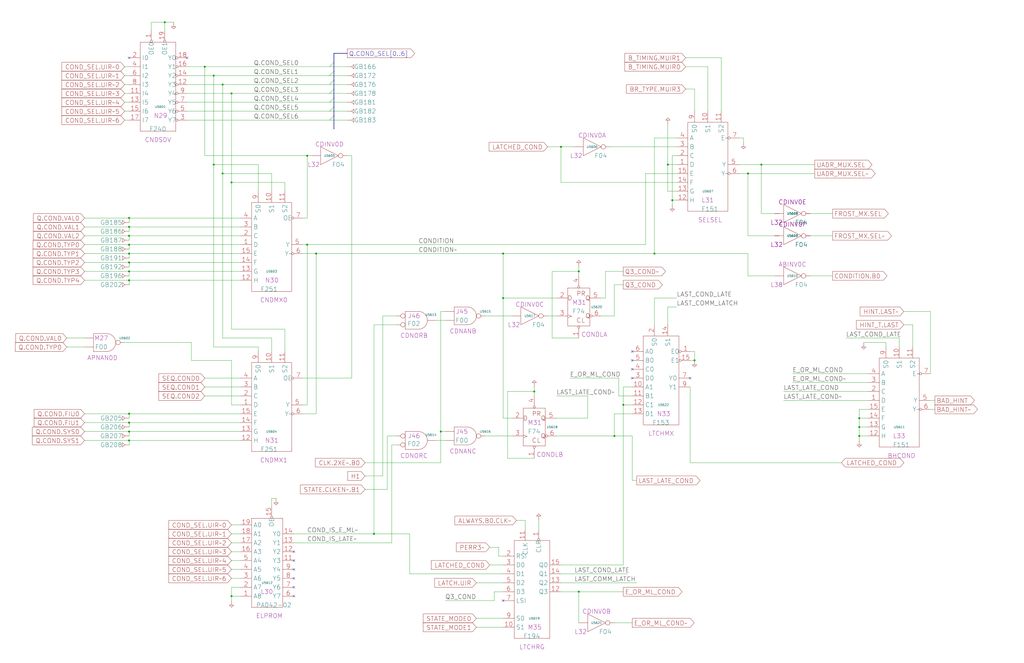
<source format=kicad_sch>
(kicad_sch (version 20250114) (generator "eeschema") (generator_version "9.0")
  (paper "User" 584.2 378.46)
  (title_block (title "R1000 CONDITION SELECT") (date "22-MAY-90") (rev "1.0") (comment 1 "SEQUENCER") (comment 2 "232-003064") (comment 3 "S400") (comment 4 "RELEASED"))
  (junction (at 132.08 104.14))
  (junction (at 490.22 243.84))
  (junction (at 355.6 231.14))
  (junction (at 330.2 154.94))
  (junction (at 73.66 129.54))
  (junction (at 73.66 139.7))
  (junction (at 175.26 88.9))
  (junction (at 127 99.06))
  (junction (at 73.66 154.94))
  (junction (at 490.22 248.92))
  (junction (at 121.92 43.18))
  (junction (at 73.66 149.86))
  (junction (at 426.72 99.06))
  (junction (at 383.54 114.3))
  (junction (at 304.8 223.52))
  (junction (at 73.66 134.62))
  (junction (at 73.66 251.46))
  (junction (at 127 48.26))
  (junction (at 73.66 124.46))
  (junction (at 490.22 238.76))
  (junction (at 73.66 160.02))
  (junction (at 251.46 246.38))
  (junction (at 287.02 144.78))
  (junction (at 121.92 93.98))
  (junction (at 373.38 144.78))
  (junction (at 93.98 12.7))
  (junction (at 434.34 93.98))
  (junction (at 132.08 340.36))
  (junction (at 381 93.98))
  (junction (at 396.24 205.74))
  (junction (at 132.08 53.34))
  (junction (at 287.02 170.18))
  (junction (at 213.36 304.8))
  (junction (at 73.66 144.78))
  (junction (at 73.66 241.3))
  (junction (at 350.52 248.92))
  (junction (at 73.66 236.22))
  (junction (at 320.04 83.82))
  (junction (at 116.84 38.1))
  (junction (at 180.34 144.78))
  (junction (at 73.66 246.38))
  (junction (at 175.26 139.7))
  (junction (at 330.2 337.82))
  (no_connect (at 106.68 33.02))
  (no_connect (at 73.66 33.02))
  (no_connect (at 167.64 330.2))
  (no_connect (at 167.64 314.96))
  (no_connect (at 167.64 335.28))
  (no_connect (at 360.68 210.82))
  (no_connect (at 393.7 215.9))
  (no_connect (at 360.68 215.9))
  (no_connect (at 167.64 340.36))
  (no_connect (at 167.64 320.04))
  (no_connect (at 360.68 205.74))
  (no_connect (at 167.64 325.12))
  (no_connect (at 287.02 342.9))
  (no_connect (at 360.68 200.66))
  (bus_entry (at 190.5 66.04) (size -2.54 2.54))
  (bus_entry (at 190.5 55.88) (size -2.54 2.54))
  (bus_entry (at 190.5 40.64) (size -2.54 2.54))
  (bus_entry (at 190.5 45.72) (size -2.54 2.54))
  (bus_entry (at 190.5 50.8) (size -2.54 2.54))
  (bus_entry (at 190.5 60.96) (size -2.54 2.54))
  (bus_entry (at 190.5 35.56) (size -2.54 2.54))
  (wire (pts (xy 162.56 187.96) (xy 132.08 187.96)))
  (wire (pts (xy 279.4 312.42) (xy 284.48 312.42)))
  (wire (pts (xy 281.94 342.9) (xy 281.94 337.82)))
  (wire (pts (xy 271.78 353.06) (xy 287.02 353.06)))
  (wire (pts (xy 187.96 48.26) (xy 198.12 48.26)))
  (wire (pts (xy 132.08 309.88) (xy 137.16 309.88)))
  (wire (pts (xy 86.36 12.7) (xy 86.36 17.78)))
  (wire (pts (xy 208.28 264.16) (xy 251.46 264.16)))
  (wire (pts (xy 121.92 198.12) (xy 121.92 93.98)))
  (wire (pts (xy 383.54 114.3) (xy 383.54 88.9)))
  (wire (pts (xy 106.68 43.18) (xy 121.92 43.18)))
  (wire (pts (xy 162.56 104.14) (xy 132.08 104.14)))
  (wire (pts (xy 462.28 134.62) (xy 474.98 134.62)))
  (wire (pts (xy 73.66 149.86) (xy 137.16 149.86)))
  (wire (pts (xy 393.7 264.16) (xy 480.06 264.16)))
  (wire (pts (xy 116.84 226.06) (xy 137.16 226.06)))
  (wire (pts (xy 48.26 246.38) (xy 73.66 246.38)))
  (wire (pts (xy 381 175.26) (xy 381 185.42)))
  (wire (pts (xy 73.66 144.78) (xy 73.66 147.32)))
  (wire (pts (xy 271.78 332.74) (xy 287.02 332.74)))
  (wire (pts (xy 132.08 325.12) (xy 137.16 325.12)))
  (wire (pts (xy 505.46 195.58) (xy 505.46 198.12)))
  (wire (pts (xy 71.12 38.1) (xy 73.66 38.1)))
  (wire (pts (xy 213.36 304.8) (xy 213.36 185.42)))
  (wire (pts (xy 304.8 261.62) (xy 289.56 261.62)))
  (wire (pts (xy 490.22 233.68) (xy 490.22 238.76)))
  (wire (pts (xy 490.22 238.76) (xy 495.3 238.76)))
  (wire (pts (xy 200.66 215.9) (xy 172.72 215.9)))
  (wire (pts (xy 73.66 154.94) (xy 137.16 154.94)))
  (wire (pts (xy 223.52 254) (xy 226.06 254)))
  (wire (pts (xy 373.38 170.18) (xy 373.38 185.42)))
  (wire (pts (xy 462.28 121.92) (xy 474.98 121.92)))
  (wire (pts (xy 162.56 109.22) (xy 162.56 104.14)))
  (bus (pts (xy 190.5 30.48) (xy 190.5 35.56)))
  (wire (pts (xy 330.2 193.04) (xy 314.96 193.04)))
  (wire (pts (xy 213.36 304.8) (xy 233.68 304.8)))
  (wire (pts (xy 368.3 99.06) (xy 386.08 99.06)))
  (wire (pts (xy 71.12 63.5) (xy 73.66 63.5)))
  (wire (pts (xy 320.04 104.14) (xy 320.04 83.82)))
  (wire (pts (xy 132.08 330.2) (xy 137.16 330.2)))
  (wire (pts (xy 48.26 251.46) (xy 73.66 251.46)))
  (wire (pts (xy 520.7 185.42) (xy 520.7 198.12)))
  (wire (pts (xy 116.84 220.98) (xy 137.16 220.98)))
  (wire (pts (xy 393.7 220.98) (xy 393.7 264.16)))
  (wire (pts (xy 73.66 144.78) (xy 137.16 144.78)))
  (wire (pts (xy 353.06 226.06) (xy 360.68 226.06)))
  (wire (pts (xy 513.08 193.04) (xy 513.08 198.12)))
  (wire (pts (xy 106.68 38.1) (xy 116.84 38.1)))
  (wire (pts (xy 248.92 251.46) (xy 254 251.46)))
  (wire (pts (xy 73.66 149.86) (xy 73.66 152.4)))
  (wire (pts (xy 73.66 251.46) (xy 73.66 254)))
  (wire (pts (xy 287.02 170.18) (xy 287.02 238.76)))
  (wire (pts (xy 167.64 309.88) (xy 223.52 309.88)))
  (wire (pts (xy 132.08 335.28) (xy 132.08 340.36)))
  (wire (pts (xy 106.68 53.34) (xy 132.08 53.34)))
  (wire (pts (xy 48.26 154.94) (xy 73.66 154.94)))
  (wire (pts (xy 71.12 48.26) (xy 73.66 48.26)))
  (wire (pts (xy 132.08 205.74) (xy 132.08 231.14)))
  (wire (pts (xy 314.96 193.04) (xy 314.96 154.94)))
  (wire (pts (xy 447.04 223.52) (xy 495.3 223.52)))
  (wire (pts (xy 421.64 99.06) (xy 426.72 99.06)))
  (wire (pts (xy 287.02 238.76) (xy 292.1 238.76)))
  (wire (pts (xy 386.08 104.14) (xy 320.04 104.14)))
  (wire (pts (xy 71.12 53.34) (xy 73.66 53.34)))
  (wire (pts (xy 132.08 340.36) (xy 132.08 342.9)))
  (wire (pts (xy 132.08 231.14) (xy 137.16 231.14)))
  (wire (pts (xy 304.8 223.52) (xy 304.8 226.06)))
  (wire (pts (xy 93.98 12.7) (xy 86.36 12.7)))
  (wire (pts (xy 284.48 312.42) (xy 284.48 317.5)))
  (wire (pts (xy 175.26 88.9) (xy 177.8 88.9)))
  (wire (pts (xy 251.46 264.16) (xy 251.46 246.38)))
  (wire (pts (xy 154.94 200.66) (xy 154.94 193.04)))
  (wire (pts (xy 312.42 83.82) (xy 320.04 83.82)))
  (wire (pts (xy 106.68 63.5) (xy 187.96 63.5)))
  (wire (pts (xy 73.66 236.22) (xy 73.66 238.76)))
  (wire (pts (xy 71.12 58.42) (xy 73.66 58.42)))
  (wire (pts (xy 180.34 144.78) (xy 287.02 144.78)))
  (wire (pts (xy 281.94 337.82) (xy 287.02 337.82)))
  (bus (pts (xy 190.5 60.96) (xy 190.5 66.04)))
  (wire (pts (xy 492.76 195.58) (xy 505.46 195.58)))
  (wire (pts (xy 109.22 195.58) (xy 109.22 205.74)))
  (wire (pts (xy 154.94 99.06) (xy 127 99.06)))
  (wire (pts (xy 330.2 152.4) (xy 330.2 154.94)))
  (wire (pts (xy 320.04 83.82) (xy 327.66 83.82)))
  (wire (pts (xy 147.32 200.66) (xy 147.32 198.12)))
  (wire (pts (xy 200.66 88.9) (xy 200.66 215.9)))
  (wire (pts (xy 175.26 231.14) (xy 175.26 139.7)))
  (wire (pts (xy 172.72 236.22) (xy 180.34 236.22)))
  (wire (pts (xy 411.48 33.02) (xy 411.48 63.5)))
  (wire (pts (xy 167.64 304.8) (xy 213.36 304.8)))
  (wire (pts (xy 71.12 195.58) (xy 109.22 195.58)))
  (wire (pts (xy 490.22 248.92) (xy 495.3 248.92)))
  (bus (pts (xy 190.5 55.88) (xy 190.5 60.96)))
  (wire (pts (xy 73.66 129.54) (xy 73.66 132.08)))
  (wire (pts (xy 287.02 144.78) (xy 373.38 144.78)))
  (wire (pts (xy 220.98 279.4) (xy 220.98 248.92)))
  (wire (pts (xy 116.84 38.1) (xy 116.84 88.9)))
  (bus (pts (xy 190.5 45.72) (xy 190.5 50.8)))
  (wire (pts (xy 116.84 38.1) (xy 187.96 38.1)))
  (wire (pts (xy 218.44 180.34) (xy 226.06 180.34)))
  (wire (pts (xy 452.12 218.44) (xy 495.3 218.44)))
  (wire (pts (xy 132.08 104.14) (xy 132.08 53.34)))
  (wire (pts (xy 93.98 12.7) (xy 93.98 17.78)))
  (wire (pts (xy 289.56 261.62) (xy 289.56 223.52)))
  (wire (pts (xy 172.72 124.46) (xy 175.26 124.46)))
  (wire (pts (xy 307.34 297.18) (xy 307.34 302.26)))
  (wire (pts (xy 330.2 154.94) (xy 330.2 157.48)))
  (wire (pts (xy 381 71.12) (xy 381 93.98)))
  (wire (pts (xy 530.86 228.6) (xy 533.4 228.6)))
  (wire (pts (xy 187.96 63.5) (xy 198.12 63.5)))
  (bus (pts (xy 190.5 40.64) (xy 190.5 45.72)))
  (wire (pts (xy 121.92 93.98) (xy 147.32 93.98)))
  (wire (pts (xy 73.66 246.38) (xy 73.66 248.92)))
  (wire (pts (xy 132.08 299.72) (xy 137.16 299.72)))
  (wire (pts (xy 127 99.06) (xy 127 193.04)))
  (wire (pts (xy 299.72 297.18) (xy 299.72 302.26)))
  (wire (pts (xy 172.72 139.7) (xy 175.26 139.7)))
  (wire (pts (xy 154.94 284.48) (xy 154.94 289.56)))
  (wire (pts (xy 289.56 223.52) (xy 304.8 223.52)))
  (wire (pts (xy 342.9 170.18) (xy 345.44 170.18)))
  (wire (pts (xy 132.08 335.28) (xy 137.16 335.28)))
  (wire (pts (xy 383.54 88.9) (xy 386.08 88.9)))
  (wire (pts (xy 490.22 243.84) (xy 495.3 243.84)))
  (wire (pts (xy 373.38 144.78) (xy 426.72 144.78)))
  (wire (pts (xy 360.68 248.92) (xy 360.68 274.32)))
  (wire (pts (xy 530.86 177.8) (xy 530.86 213.36)))
  (wire (pts (xy 132.08 320.04) (xy 137.16 320.04)))
  (wire (pts (xy 386.08 170.18) (xy 373.38 170.18)))
  (wire (pts (xy 320.04 327.66) (xy 358.14 327.66)))
  (wire (pts (xy 353.06 215.9) (xy 353.06 226.06)))
  (wire (pts (xy 368.3 139.7) (xy 368.3 99.06)))
  (wire (pts (xy 208.28 271.78) (xy 218.44 271.78)))
  (wire (pts (xy 347.98 83.82) (xy 386.08 83.82)))
  (wire (pts (xy 317.5 238.76) (xy 335.28 238.76)))
  (wire (pts (xy 48.26 144.78) (xy 73.66 144.78)))
  (wire (pts (xy 360.68 274.32) (xy 363.22 274.32)))
  (wire (pts (xy 350.52 355.6) (xy 360.68 355.6)))
  (wire (pts (xy 106.68 68.58) (xy 187.96 68.58)))
  (wire (pts (xy 386.08 109.22) (xy 381 109.22)))
  (wire (pts (xy 48.26 124.46) (xy 73.66 124.46)))
  (wire (pts (xy 393.7 205.74) (xy 396.24 205.74)))
  (wire (pts (xy 462.28 157.48) (xy 474.98 157.48)))
  (wire (pts (xy 198.12 88.9) (xy 200.66 88.9)))
  (wire (pts (xy 350.52 236.22) (xy 350.52 248.92)))
  (wire (pts (xy 403.86 38.1) (xy 403.86 63.5)))
  (wire (pts (xy 391.16 33.02) (xy 411.48 33.02)))
  (wire (pts (xy 251.46 246.38) (xy 254 246.38)))
  (wire (pts (xy 48.26 139.7) (xy 73.66 139.7)))
  (wire (pts (xy 73.66 246.38) (xy 137.16 246.38)))
  (wire (pts (xy 396.24 63.5) (xy 396.24 50.8)))
  (wire (pts (xy 330.2 337.82) (xy 330.2 355.6)))
  (wire (pts (xy 393.7 200.66) (xy 396.24 200.66)))
  (wire (pts (xy 391.16 38.1) (xy 403.86 38.1)))
  (wire (pts (xy 320.04 332.74) (xy 363.22 332.74)))
  (wire (pts (xy 383.54 116.84) (xy 383.54 114.3)))
  (wire (pts (xy 287.02 144.78) (xy 287.02 170.18)))
  (wire (pts (xy 271.78 358.14) (xy 287.02 358.14)))
  (wire (pts (xy 73.66 241.3) (xy 73.66 243.84)))
  (wire (pts (xy 355.6 231.14) (xy 355.6 220.98)))
  (wire (pts (xy 426.72 99.06) (xy 426.72 134.62)))
  (wire (pts (xy 421.64 78.74) (xy 424.18 78.74)))
  (wire (pts (xy 48.26 236.22) (xy 73.66 236.22)))
  (wire (pts (xy 172.72 144.78) (xy 180.34 144.78)))
  (wire (pts (xy 386.08 175.26) (xy 381 175.26)))
  (wire (pts (xy 147.32 198.12) (xy 121.92 198.12)))
  (wire (pts (xy 381 93.98) (xy 386.08 93.98)))
  (wire (pts (xy 314.96 154.94) (xy 330.2 154.94)))
  (wire (pts (xy 287.02 170.18) (xy 317.5 170.18)))
  (wire (pts (xy 434.34 93.98) (xy 434.34 121.92)))
  (wire (pts (xy 73.66 124.46) (xy 73.66 127)))
  (wire (pts (xy 73.66 241.3) (xy 137.16 241.3)))
  (wire (pts (xy 276.86 248.92) (xy 292.1 248.92)))
  (wire (pts (xy 116.84 215.9) (xy 137.16 215.9)))
  (wire (pts (xy 116.84 88.9) (xy 175.26 88.9)))
  (wire (pts (xy 208.28 279.4) (xy 220.98 279.4)))
  (wire (pts (xy 132.08 340.36) (xy 137.16 340.36)))
  (wire (pts (xy 187.96 38.1) (xy 198.12 38.1)))
  (wire (pts (xy 175.26 88.9) (xy 175.26 124.46)))
  (wire (pts (xy 434.34 93.98) (xy 464.82 93.98)))
  (wire (pts (xy 109.22 205.74) (xy 132.08 205.74)))
  (wire (pts (xy 132.08 304.8) (xy 137.16 304.8)))
  (wire (pts (xy 317.5 248.92) (xy 350.52 248.92)))
  (wire (pts (xy 276.86 180.34) (xy 292.1 180.34)))
  (wire (pts (xy 396.24 200.66) (xy 396.24 205.74)))
  (wire (pts (xy 515.62 177.8) (xy 530.86 177.8)))
  (wire (pts (xy 73.66 236.22) (xy 137.16 236.22)))
  (wire (pts (xy 48.26 149.86) (xy 73.66 149.86)))
  (wire (pts (xy 223.52 309.88) (xy 223.52 254)))
  (wire (pts (xy 187.96 43.18) (xy 198.12 43.18)))
  (bus (pts (xy 190.5 30.48) (xy 198.12 30.48)))
  (wire (pts (xy 515.62 185.42) (xy 520.7 185.42)))
  (wire (pts (xy 284.48 317.5) (xy 287.02 317.5)))
  (wire (pts (xy 187.96 68.58) (xy 198.12 68.58)))
  (wire (pts (xy 495.3 233.68) (xy 490.22 233.68)))
  (wire (pts (xy 38.1 193.04) (xy 48.26 193.04)))
  (wire (pts (xy 373.38 144.78) (xy 373.38 78.74)))
  (wire (pts (xy 355.6 322.58) (xy 355.6 231.14)))
  (wire (pts (xy 325.12 215.9) (xy 353.06 215.9)))
  (wire (pts (xy 48.26 129.54) (xy 73.66 129.54)))
  (wire (pts (xy 335.28 226.06) (xy 335.28 238.76)))
  (wire (pts (xy 350.52 180.34) (xy 350.52 162.56)))
  (wire (pts (xy 482.6 193.04) (xy 513.08 193.04)))
  (wire (pts (xy 447.04 228.6) (xy 495.3 228.6)))
  (wire (pts (xy 396.24 50.8) (xy 391.16 50.8)))
  (wire (pts (xy 294.64 297.18) (xy 299.72 297.18)))
  (wire (pts (xy 106.68 48.26) (xy 127 48.26)))
  (bus (pts (xy 190.5 35.56) (xy 190.5 40.64)))
  (wire (pts (xy 73.66 129.54) (xy 137.16 129.54)))
  (wire (pts (xy 355.6 231.14) (xy 360.68 231.14)))
  (wire (pts (xy 213.36 185.42) (xy 226.06 185.42)))
  (wire (pts (xy 73.66 154.94) (xy 73.66 157.48)))
  (wire (pts (xy 48.26 134.62) (xy 73.66 134.62)))
  (wire (pts (xy 73.66 160.02) (xy 137.16 160.02)))
  (wire (pts (xy 132.08 53.34) (xy 187.96 53.34)))
  (wire (pts (xy 73.66 139.7) (xy 137.16 139.7)))
  (wire (pts (xy 154.94 109.22) (xy 154.94 99.06)))
  (wire (pts (xy 279.4 322.58) (xy 287.02 322.58)))
  (wire (pts (xy 121.92 43.18) (xy 121.92 93.98)))
  (wire (pts (xy 48.26 160.02) (xy 73.66 160.02)))
  (wire (pts (xy 421.64 93.98) (xy 434.34 93.98)))
  (wire (pts (xy 99.06 12.7) (xy 93.98 12.7)))
  (wire (pts (xy 73.66 134.62) (xy 137.16 134.62)))
  (wire (pts (xy 426.72 157.48) (xy 441.96 157.48)))
  (wire (pts (xy 345.44 154.94) (xy 355.6 154.94)))
  (wire (pts (xy 127 48.26) (xy 127 99.06)))
  (wire (pts (xy 350.52 248.92) (xy 360.68 248.92)))
  (wire (pts (xy 350.52 162.56) (xy 355.6 162.56)))
  (wire (pts (xy 424.18 78.74) (xy 424.18 81.28)))
  (wire (pts (xy 342.9 180.34) (xy 350.52 180.34)))
  (wire (pts (xy 71.12 43.18) (xy 73.66 43.18)))
  (wire (pts (xy 490.22 248.92) (xy 490.22 251.46)))
  (wire (pts (xy 383.54 114.3) (xy 386.08 114.3)))
  (wire (pts (xy 73.66 124.46) (xy 137.16 124.46)))
  (wire (pts (xy 345.44 170.18) (xy 345.44 154.94)))
  (wire (pts (xy 330.2 337.82) (xy 355.6 337.82)))
  (wire (pts (xy 73.66 134.62) (xy 73.66 137.16)))
  (wire (pts (xy 426.72 144.78) (xy 426.72 157.48)))
  (wire (pts (xy 490.22 238.76) (xy 490.22 243.84)))
  (wire (pts (xy 254 177.8) (xy 251.46 177.8)))
  (wire (pts (xy 132.08 314.96) (xy 137.16 314.96)))
  (wire (pts (xy 73.66 139.7) (xy 73.66 142.24)))
  (wire (pts (xy 381 109.22) (xy 381 93.98)))
  (wire (pts (xy 73.66 160.02) (xy 73.66 162.56)))
  (wire (pts (xy 320.04 337.82) (xy 330.2 337.82)))
  (wire (pts (xy 71.12 68.58) (xy 73.66 68.58)))
  (wire (pts (xy 172.72 231.14) (xy 175.26 231.14)))
  (wire (pts (xy 187.96 58.42) (xy 198.12 58.42)))
  (wire (pts (xy 187.96 53.34) (xy 198.12 53.34)))
  (wire (pts (xy 490.22 243.84) (xy 490.22 248.92)))
  (wire (pts (xy 73.66 251.46) (xy 137.16 251.46)))
  (wire (pts (xy 48.26 241.3) (xy 73.66 241.3)))
  (wire (pts (xy 530.86 233.68) (xy 533.4 233.68)))
  (wire (pts (xy 360.68 236.22) (xy 350.52 236.22)))
  (bus (pts (xy 190.5 66.04) (xy 190.5 73.66)))
  (wire (pts (xy 312.42 180.34) (xy 317.5 180.34)))
  (wire (pts (xy 162.56 200.66) (xy 162.56 187.96)))
  (wire (pts (xy 248.92 182.88) (xy 254 182.88)))
  (wire (pts (xy 175.26 139.7) (xy 368.3 139.7)))
  (wire (pts (xy 157.48 284.48) (xy 154.94 284.48)))
  (wire (pts (xy 452.12 213.36) (xy 495.3 213.36)))
  (bus (pts (xy 190.5 50.8) (xy 190.5 55.88)))
  (wire (pts (xy 220.98 248.92) (xy 226.06 248.92)))
  (wire (pts (xy 426.72 99.06) (xy 464.82 99.06)))
  (wire (pts (xy 121.92 43.18) (xy 187.96 43.18)))
  (wire (pts (xy 38.1 198.12) (xy 48.26 198.12)))
  (wire (pts (xy 147.32 109.22) (xy 147.32 93.98)))
  (wire (pts (xy 320.04 322.58) (xy 355.6 322.58)))
  (wire (pts (xy 233.68 327.66) (xy 287.02 327.66)))
  (wire (pts (xy 233.68 304.8) (xy 233.68 327.66)))
  (wire (pts (xy 355.6 220.98) (xy 360.68 220.98)))
  (wire (pts (xy 154.94 193.04) (xy 127 193.04)))
  (wire (pts (xy 180.34 236.22) (xy 180.34 144.78)))
  (wire (pts (xy 434.34 121.92) (xy 441.96 121.92)))
  (wire (pts (xy 132.08 104.14) (xy 132.08 187.96)))
  (wire (pts (xy 304.8 220.98) (xy 304.8 223.52)))
  (wire (pts (xy 218.44 271.78) (xy 218.44 180.34)))
  (wire (pts (xy 127 48.26) (xy 187.96 48.26)))
  (wire (pts (xy 254 342.9) (xy 281.94 342.9)))
  (wire (pts (xy 317.5 226.06) (xy 335.28 226.06)))
  (wire (pts (xy 106.68 58.42) (xy 187.96 58.42)))
  (wire (pts (xy 426.72 134.62) (xy 441.96 134.62)))
  (wire (pts (xy 251.46 177.8) (xy 251.46 246.38)))
  (wire (pts (xy 373.38 78.74) (xy 386.08 78.74)))
  (label "Q3_COND" (at 254 342.9 0) (effects (font (size 2.54 2.54))))
  (label "LAST_COMM_LATCH" (at 327.66 332.74 0) (effects (font (size 2.54 2.54))))
  (label "Q.COND_SEL2" (at 144.78 48.26 0) (effects (font (size 2.54 2.54))))
  (label "E_OR_ML_COND~" (at 452.12 218.44 0) (effects (font (size 2.54 2.54))))
  (label "LAST_COMM_LATCH" (at 386.08 175.26 0) (effects (font (size 2.54 2.54))))
  (label "COND_IS_E_ML~" (at 175.26 304.8 0) (effects (font (size 2.54 2.54))))
  (label "LAST_LATE_COND~" (at 317.5 226.06 0) (effects (font (size 2.54 2.54))))
  (label "Q.COND_SEL1" (at 144.78 43.18 0) (effects (font (size 2.54 2.54))))
  (label "Q.COND_SEL4" (at 144.78 58.42 0) (effects (font (size 2.54 2.54))))
  (label "CONDITION~" (at 238.76 144.78 0) (effects (font (size 2.54 2.54))))
  (label "Q.COND_SEL5" (at 144.78 63.5 0) (effects (font (size 2.54 2.54))))
  (label "E_OR_ML_COND" (at 325.12 215.9 0) (effects (font (size 2.54 2.54))))
  (label "LAST_COND_LATE" (at 482.6 193.04 0) (effects (font (size 2.54 2.54))))
  (label "LAST_COND_LATE" (at 386.08 170.18 0) (effects (font (size 2.54 2.54))))
  (label "CONDITION" (at 238.76 139.7 0) (effects (font (size 2.54 2.54))))
  (label "LAST_LATE_COND" (at 447.04 223.52 0) (effects (font (size 2.54 2.54))))
  (label "LAST_LATE_COND~" (at 447.04 228.6 0) (effects (font (size 2.54 2.54))))
  (label "Q.COND_SEL3" (at 144.78 53.34 0) (effects (font (size 2.54 2.54))))
  (label "Q.COND_SEL6" (at 144.78 68.58 0) (effects (font (size 2.54 2.54))))
  (label "LAST_COND_LATE" (at 327.66 327.66 0) (effects (font (size 2.54 2.54))))
  (label "E_OR_ML_COND" (at 452.12 213.36 0) (effects (font (size 2.54 2.54))))
  (label "COND_IS_LATE~" (at 175.26 309.88 0) (effects (font (size 2.54 2.54))))
  (label "Q.COND_SEL0" (at 144.78 38.1 0) (effects (font (size 2.54 2.54))))
  (global_label "COND_SEL.UIR~6" (shape input) (at 132.08 330.2 180) (effects (font (size 2.54 2.54))) (property "Intersheetrefs" "${INTERSHEET_REFS}" (at 96.2902 330.0413 0) (effects (font (size 1.905 1.905)) (justify right))))
  (global_label "COND_SEL.UIR~3" (shape input) (at 132.08 314.96 180) (effects (font (size 2.54 2.54))) (property "Intersheetrefs" "${INTERSHEET_REFS}" (at 96.2902 314.8013 0) (effects (font (size 1.905 1.905)) (justify right))))
  (global_label "CONDITION.B0" (shape output) (at 474.98 157.48 0) (effects (font (size 2.54 2.54))) (property "Intersheetrefs" "${INTERSHEET_REFS}" (at 506.0527 157.3213 0) (effects (font (size 1.905 1.905)) (justify left))))
  (global_label "H1" (shape input) (at 208.28 271.78 180) (effects (font (size 2.54 2.54))) (property "Intersheetrefs" "${INTERSHEET_REFS}" (at 198.374 271.6213 0) (effects (font (size 1.905 1.905)) (justify right))))
  (global_label "COND_SEL.UIR~6" (shape input) (at 71.12 68.58 180) (effects (font (size 2.54 2.54))) (property "Intersheetrefs" "${INTERSHEET_REFS}" (at 35.3302 68.4213 0) (effects (font (size 1.905 1.905)) (justify right))))
  (global_label "Q.COND.SYS1" (shape input) (at 48.26 251.46 180) (effects (font (size 2.54 2.54))) (property "Intersheetrefs" "${INTERSHEET_REFS}" (at 18.5178 251.3013 0) (effects (font (size 1.905 1.905)) (justify right))))
  (global_label "PERR3~" (shape input) (at 279.4 312.42 180) (effects (font (size 2.54 2.54))) (property "Intersheetrefs" "${INTERSHEET_REFS}" (at 260.4226 312.2613 0) (effects (font (size 1.905 1.905)) (justify right))))
  (global_label "Q.COND.VAL2" (shape input) (at 48.26 134.62 180) (effects (font (size 2.54 2.54))) (property "Intersheetrefs" "${INTERSHEET_REFS}" (at 19.1226 134.4613 0) (effects (font (size 1.905 1.905)) (justify right))))
  (global_label "COND_SEL.UIR~4" (shape input) (at 132.08 320.04 180) (effects (font (size 2.54 2.54))) (property "Intersheetrefs" "${INTERSHEET_REFS}" (at 96.2902 319.8813 0) (effects (font (size 1.905 1.905)) (justify right))))
  (global_label "HINT.LAST~" (shape input) (at 515.62 177.8 180) (effects (font (size 2.54 2.54))) (property "Intersheetrefs" "${INTERSHEET_REFS}" (at 490.7159 177.6413 0) (effects (font (size 1.905 1.905)) (justify right))))
  (global_label "Q.COND.TYP1" (shape input) (at 48.26 144.78 180) (effects (font (size 2.54 2.54))) (property "Intersheetrefs" "${INTERSHEET_REFS}" (at 18.8807 144.6213 0) (effects (font (size 1.905 1.905)) (justify right))))
  (global_label "LATCH.UIR" (shape input) (at 271.78 332.74 180) (effects (font (size 2.54 2.54))) (property "Intersheetrefs" "${INTERSHEET_REFS}" (at 247.9645 332.5813 0) (effects (font (size 1.905 1.905)) (justify right))))
  (global_label "COND_SEL.UIR~3" (shape input) (at 71.12 53.34 180) (effects (font (size 2.54 2.54))) (property "Intersheetrefs" "${INTERSHEET_REFS}" (at 35.3302 53.1813 0) (effects (font (size 1.905 1.905)) (justify right))))
  (global_label "LATCHED_COND" (shape input) (at 279.4 322.58 180) (effects (font (size 2.54 2.54))) (property "Intersheetrefs" "${INTERSHEET_REFS}" (at 246.0292 322.4213 0) (effects (font (size 1.905 1.905)) (justify right))))
  (global_label "COND_SEL.UIR~5" (shape input) (at 71.12 63.5 180) (effects (font (size 2.54 2.54))) (property "Intersheetrefs" "${INTERSHEET_REFS}" (at 35.3302 63.3413 0) (effects (font (size 1.905 1.905)) (justify right))))
  (global_label "COND_SEL.UIR~0" (shape input) (at 71.12 38.1 180) (effects (font (size 2.54 2.54))) (property "Intersheetrefs" "${INTERSHEET_REFS}" (at 35.3302 37.9413 0) (effects (font (size 1.905 1.905)) (justify right))))
  (global_label "CLK.2XE~.B0" (shape input) (at 208.28 264.16 180) (effects (font (size 2.54 2.54))) (property "Intersheetrefs" "${INTERSHEET_REFS}" (at 179.9892 264.0013 0) (effects (font (size 1.905 1.905)) (justify right))))
  (global_label "Q.COND.TYP2" (shape input) (at 48.26 149.86 180) (effects (font (size 2.54 2.54))) (property "Intersheetrefs" "${INTERSHEET_REFS}" (at 18.8807 149.7013 0) (effects (font (size 1.905 1.905)) (justify right))))
  (global_label "COND_SEL.UIR~0" (shape input) (at 132.08 299.72 180) (effects (font (size 2.54 2.54))) (property "Intersheetrefs" "${INTERSHEET_REFS}" (at 96.2902 299.5613 0) (effects (font (size 1.905 1.905)) (justify right))))
  (global_label "Q.COND.TYP0" (shape input) (at 38.1 198.12 180) (effects (font (size 2.54 2.54))) (property "Intersheetrefs" "${INTERSHEET_REFS}" (at 8.7207 197.9613 0) (effects (font (size 1.905 1.905)) (justify right))))
  (global_label "FROST_MX.SEL~" (shape output) (at 474.98 134.62 0) (effects (font (size 2.54 2.54))) (property "Intersheetrefs" "${INTERSHEET_REFS}" (at 508.5927 134.4613 0) (effects (font (size 1.905 1.905)) (justify left))))
  (global_label "STATE_MODE1" (shape input) (at 271.78 358.14 180) (effects (font (size 2.54 2.54))) (property "Intersheetrefs" "${INTERSHEET_REFS}" (at 241.433 357.9813 0) (effects (font (size 1.905 1.905)) (justify right))))
  (global_label "STATE.CLKEN~.B1" (shape input) (at 208.28 279.4 180) (effects (font (size 2.54 2.54))) (property "Intersheetrefs" "${INTERSHEET_REFS}" (at 171.4016 279.2413 0) (effects (font (size 1.905 1.905)) (justify right))))
  (global_label "Q.COND.SYS0" (shape input) (at 48.26 246.38 180) (effects (font (size 2.54 2.54))) (property "Intersheetrefs" "${INTERSHEET_REFS}" (at 18.5178 246.2213 0) (effects (font (size 1.905 1.905)) (justify right))))
  (global_label "COND_SEL.UIR~5" (shape input) (at 132.08 325.12 180) (effects (font (size 2.54 2.54))) (property "Intersheetrefs" "${INTERSHEET_REFS}" (at 96.2902 324.9613 0) (effects (font (size 1.905 1.905)) (justify right))))
  (global_label "Q.COND.VAL0" (shape input) (at 38.1 193.04 180) (effects (font (size 2.54 2.54))) (property "Intersheetrefs" "${INTERSHEET_REFS}" (at 8.9626 192.8813 0) (effects (font (size 1.905 1.905)) (justify right))))
  (global_label "COND_SEL.UIR~2" (shape input) (at 132.08 309.88 180) (effects (font (size 2.54 2.54))) (property "Intersheetrefs" "${INTERSHEET_REFS}" (at 96.2902 309.7213 0) (effects (font (size 1.905 1.905)) (justify right))))
  (global_label "HINT_T.LAST" (shape input) (at 515.62 185.42 180) (effects (font (size 2.54 2.54))) (property "Intersheetrefs" "${INTERSHEET_REFS}" (at 488.6597 185.2613 0) (effects (font (size 1.905 1.905)) (justify right))))
  (global_label "COND_SEL.UIR~1" (shape input) (at 71.12 43.18 180) (effects (font (size 2.54 2.54))) (property "Intersheetrefs" "${INTERSHEET_REFS}" (at 35.3302 43.0213 0) (effects (font (size 1.905 1.905)) (justify right))))
  (global_label "SEQ.COND1" (shape input) (at 116.84 220.98 180) (effects (font (size 2.54 2.54))) (property "Intersheetrefs" "${INTERSHEET_REFS}" (at 90.6054 220.8213 0) (effects (font (size 1.905 1.905)) (justify right))))
  (global_label "BAD_HINT~" (shape output) (at 533.4 233.68 0) (effects (font (size 2.54 2.54))) (property "Intersheetrefs" "${INTERSHEET_REFS}" (at 557.6993 233.5213 0) (effects (font (size 1.905 1.905)) (justify left))))
  (global_label "Q.COND.FIU1" (shape input) (at 48.26 241.3 180) (effects (font (size 2.54 2.54))) (property "Intersheetrefs" "${INTERSHEET_REFS}" (at 19.4854 241.1413 0) (effects (font (size 1.905 1.905)) (justify right))))
  (global_label "SEQ.COND0" (shape input) (at 116.84 215.9 180) (effects (font (size 2.54 2.54))) (property "Intersheetrefs" "${INTERSHEET_REFS}" (at 90.6054 215.7413 0) (effects (font (size 1.905 1.905)) (justify right))))
  (global_label "BR_TYPE.MUIR3" (shape input) (at 391.16 50.8 180) (effects (font (size 2.54 2.54))) (property "Intersheetrefs" "${INTERSHEET_REFS}" (at 357.4264 50.6413 0) (effects (font (size 1.905 1.905)) (justify right))))
  (global_label "Q3_COND" (shape output) (at 355.6 162.56 0) (effects (font (size 2.54 2.54))) (property "Intersheetrefs" "${INTERSHEET_REFS}" (at 377.8431 162.4013 0) (effects (font (size 1.905 1.905)) (justify left))))
  (global_label "Q3_COND~" (shape output) (at 355.6 154.94 0) (effects (font (size 2.54 2.54))) (property "Intersheetrefs" "${INTERSHEET_REFS}" (at 379.6574 154.7813 0) (effects (font (size 1.905 1.905)) (justify left))))
  (global_label "E_OR_ML_COND~" (shape output) (at 360.68 355.6 0) (effects (font (size 2.54 2.54))) (property "Intersheetrefs" "${INTERSHEET_REFS}" (at 395.986 355.4413 0) (effects (font (size 1.905 1.905)) (justify left))))
  (global_label "Q.COND_SEL[0..6]" (shape output) (at 198.12 30.48 0) (effects (font (size 2.54 2.54))) (property "Intersheetrefs" "${INTERSHEET_REFS}" (at 236.5708 30.3213 0) (effects (font (size 1.905 1.905)) (justify left))))
  (global_label "UADR_MUX.SEL~" (shape output) (at 464.82 99.06 0) (effects (font (size 2.54 2.54))) (property "Intersheetrefs" "${INTERSHEET_REFS}" (at 499.2793 98.9013 0) (effects (font (size 1.905 1.905)) (justify left))))
  (global_label "COND_SEL.UIR~4" (shape input) (at 71.12 58.42 180) (effects (font (size 2.54 2.54))) (property "Intersheetrefs" "${INTERSHEET_REFS}" (at 35.3302 58.2613 0) (effects (font (size 1.905 1.905)) (justify right))))
  (global_label "BAD_HINT" (shape output) (at 533.4 228.6 0) (effects (font (size 2.54 2.54))) (property "Intersheetrefs" "${INTERSHEET_REFS}" (at 555.885 228.4413 0) (effects (font (size 1.905 1.905)) (justify left))))
  (global_label "Q.COND.FIU0" (shape input) (at 48.26 236.22 180) (effects (font (size 2.54 2.54))) (property "Intersheetrefs" "${INTERSHEET_REFS}" (at 19.4854 236.0613 0) (effects (font (size 1.905 1.905)) (justify right))))
  (global_label "FROST_MX.SEL" (shape output) (at 474.98 121.92 0) (effects (font (size 2.54 2.54))) (property "Intersheetrefs" "${INTERSHEET_REFS}" (at 506.7784 121.7613 0) (effects (font (size 1.905 1.905)) (justify left))))
  (global_label "COND_SEL.UIR~2" (shape input) (at 71.12 48.26 180) (effects (font (size 2.54 2.54))) (property "Intersheetrefs" "${INTERSHEET_REFS}" (at 35.3302 48.1013 0) (effects (font (size 1.905 1.905)) (justify right))))
  (global_label "ALWAYS.B0.CLK~" (shape input) (at 294.64 297.18 180) (effects (font (size 2.54 2.54))) (property "Intersheetrefs" "${INTERSHEET_REFS}" (at 259.5759 297.0213 0) (effects (font (size 1.905 1.905)) (justify right))))
  (global_label "Q.COND.TYP4" (shape input) (at 48.26 160.02 180) (effects (font (size 2.54 2.54))) (property "Intersheetrefs" "${INTERSHEET_REFS}" (at 18.8807 159.8613 0) (effects (font (size 1.905 1.905)) (justify right))))
  (global_label "COND_SEL.UIR~1" (shape input) (at 132.08 304.8 180) (effects (font (size 2.54 2.54))) (property "Intersheetrefs" "${INTERSHEET_REFS}" (at 96.2902 304.6413 0) (effects (font (size 1.905 1.905)) (justify right))))
  (global_label "Q.COND.TYP0" (shape input) (at 48.26 139.7 180) (effects (font (size 2.54 2.54))) (property "Intersheetrefs" "${INTERSHEET_REFS}" (at 18.8807 139.5413 0) (effects (font (size 1.905 1.905)) (justify right))))
  (global_label "Q.COND.TYP3" (shape input) (at 48.26 154.94 180) (effects (font (size 2.54 2.54))) (property "Intersheetrefs" "${INTERSHEET_REFS}" (at 18.8807 154.7813 0) (effects (font (size 1.905 1.905)) (justify right))))
  (global_label "SEQ.COND2" (shape input) (at 116.84 226.06 180) (effects (font (size 2.54 2.54))) (property "Intersheetrefs" "${INTERSHEET_REFS}" (at 90.6054 225.9013 0) (effects (font (size 1.905 1.905)) (justify right))))
  (global_label "Q.COND.VAL1" (shape input) (at 48.26 129.54 180) (effects (font (size 2.54 2.54))) (property "Intersheetrefs" "${INTERSHEET_REFS}" (at 19.1226 129.3813 0) (effects (font (size 1.905 1.905)) (justify right))))
  (global_label "LATCHED_COND" (shape input) (at 312.42 83.82 180) (effects (font (size 2.54 2.54))) (property "Intersheetrefs" "${INTERSHEET_REFS}" (at 279.0492 83.6613 0) (effects (font (size 1.905 1.905)) (justify right))))
  (global_label "Q.COND.VAL0" (shape input) (at 48.26 124.46 180) (effects (font (size 2.54 2.54))) (property "Intersheetrefs" "${INTERSHEET_REFS}" (at 19.1226 124.3013 0) (effects (font (size 1.905 1.905)) (justify right))))
  (global_label "B_TIMING.MUIR0" (shape input) (at 391.16 38.1 180) (effects (font (size 2.54 2.54))) (property "Intersheetrefs" "${INTERSHEET_REFS}" (at 356.4588 37.9413 0) (effects (font (size 1.905 1.905)) (justify right))))
  (global_label "LATCHED_COND" (shape bidirectional) (at 480.06 264.16 0) (effects (font (size 2.54 2.54))) (property "Intersheetrefs" "${INTERSHEET_REFS}" (at 513.4308 264.0013 0) (effects (font (size 1.905 1.905)) (justify left))))
  (global_label "STATE_MODE0" (shape input) (at 271.78 353.06 180) (effects (font (size 2.54 2.54))) (property "Intersheetrefs" "${INTERSHEET_REFS}" (at 241.433 352.9013 0) (effects (font (size 1.905 1.905)) (justify right))))
  (global_label "UADR_MUX.SEL" (shape output) (at 464.82 93.98 0) (effects (font (size 2.54 2.54))) (property "Intersheetrefs" "${INTERSHEET_REFS}" (at 497.465 93.8213 0) (effects (font (size 1.905 1.905)) (justify left))))
  (global_label "LAST_LATE_COND" (shape output) (at 363.22 274.32 0) (effects (font (size 2.54 2.54))) (property "Intersheetrefs" "${INTERSHEET_REFS}" (at 399.3727 274.1613 0) (effects (font (size 1.905 1.905)) (justify left))))
  (global_label "E_OR_ML_COND" (shape output) (at 355.6 337.82 0) (effects (font (size 2.54 2.54))) (property "Intersheetrefs" "${INTERSHEET_REFS}" (at 389.0917 337.6613 0) (effects (font (size 1.905 1.905)) (justify left))))
  (global_label "B_TIMING.MUIR1" (shape input) (at 391.16 33.02 180) (effects (font (size 2.54 2.54))) (property "Intersheetrefs" "${INTERSHEET_REFS}" (at 356.4588 32.8613 0) (effects (font (size 1.905 1.905)) (justify right))))
  (symbol (lib_id "r1000:F00") (at 55.88 193.04 0) (unit 1)
    (property "Reference" "U5602" (at 71.12 193.04 0))
    (property "Value" "F00" (at 57.785 198.12 0) (effects (font (size 2.54 2.54))))
    (property "Location" "M27" (at 57.785 193.04 0) (effects (font (size 2.54 2.54))))
    (property "Name" "APNAN0D" (at 58.42 205.74 0) (effects (font (size 2.54 2.54)) (justify bottom)))
  )
  (symbol (lib_id "r1000:F74") (at 302.26 241.3 0) (unit 1)
    (property "Reference" "U5618" (at 314.96 243.84 0))
    (property "Value" "F74" (at 300.99 246.38 0) (effects (font (size 2.54 2.54)) (justify left)))
    (property "Location" "M31" (at 300.99 241.3 0) (effects (font (size 2.54 2.54)) (justify left)))
    (property "Name" "CONDLB" (at 313.69 260.985 0) (effects (font (size 2.54 2.54)) (justify bottom)))
  )
  (symbol (lib_id "r1000:PD") (at 132.08 342.9 0) (unit 1) (in_bom no)
    (property "Reference" "#PWR05607" (effects (hide yes)))
    (property "Value" "PD" (effects (hide yes)))
  )
  (symbol (lib_id "r1000:F151") (at 401.32 114.3 0) (unit 1)
    (property "Reference" "U5607" (at 403.86 109.22 0))
    (property "Value" "F151" (at 400.05 119.38 0) (effects (font (size 2.54 2.54)) (justify left)))
    (property "Location" "L31" (at 400.05 114.3 0) (effects (font (size 2.54 2.54)) (justify left)))
    (property "Name" "SELSEL" (at 405.13 127 0) (effects (font (size 2.54 2.54)) (justify bottom)))
  )
  (symbol (lib_id "r1000:PD") (at 492.76 195.58 0) (unit 1) (in_bom no)
    (property "Reference" "#PWR05606" (effects (hide yes)))
    (property "Value" "PD" (effects (hide yes)))
  )
  (symbol (lib_id "r1000:GB") (at 73.66 147.32 0) (mirror y) (unit 1)
    (property "Reference" "GB191" (at 69.85 147.32 0) (effects (font (size 2.54 2.54)) (justify left)))
    (property "Value" "GB" (effects (hide yes)))
  )
  (symbol (lib_id "r1000:F153") (at 375.92 236.22 0) (unit 1)
    (property "Reference" "U5622" (at 378.46 231.14 0))
    (property "Value" "F153" (at 372.11 241.3 0) (effects (font (size 2.54 2.54)) (justify left)))
    (property "Location" "N33" (at 374.65 236.22 0) (effects (font (size 2.54 2.54)) (justify left)))
    (property "Name" "LTCHMX" (at 377.19 248.92 0) (effects (font (size 2.54 2.54)) (justify bottom)))
  )
  (symbol (lib_id "r1000:GB") (at 73.66 127 0) (mirror y) (unit 1)
    (property "Reference" "GB185" (at 69.85 127 0) (effects (font (size 2.54 2.54)) (justify left)))
    (property "Value" "GB" (effects (hide yes)))
  )
  (symbol (lib_id "r1000:GB") (at 198.12 43.18 0) (unit 1)
    (property "Reference" "GB172" (at 201.93 43.18 0) (effects (font (size 2.54 2.54)) (justify left)))
    (property "Value" "GB" (effects (hide yes)))
  )
  (symbol (lib_id "r1000:GB") (at 73.66 152.4 0) (mirror y) (unit 1)
    (property "Reference" "GB192" (at 69.85 152.4 0) (effects (font (size 2.54 2.54)) (justify left)))
    (property "Value" "GB" (effects (hide yes)))
  )
  (symbol (lib_id "r1000:GB") (at 198.12 53.34 0) (unit 1)
    (property "Reference" "GB178" (at 201.93 53.34 0) (effects (font (size 2.54 2.54)) (justify left)))
    (property "Value" "GB" (effects (hide yes)))
  )
  (symbol (lib_id "r1000:PD") (at 99.06 12.7 0) (unit 1) (in_bom no)
    (property "Reference" "#PWR05601" (effects (hide yes)))
    (property "Value" "PD" (effects (hide yes)))
  )
  (symbol (lib_id "r1000:F194") (at 302.26 358.14 0) (unit 1)
    (property "Reference" "U5619" (at 304.8 353.06 0))
    (property "Value" "F194" (at 298.45 363.22 0) (effects (font (size 2.54 2.54)) (justify left)))
    (property "Location" "M35" (at 300.99 358.14 0) (effects (font (size 2.54 2.54)) (justify left)))
    (property "Name" "LTCHRG" (at 303.53 370.84 0) (effects (font (size 2.54 2.54)) (justify bottom)))
  )
  (symbol (lib_id "r1000:PAxxx") (at 149.86 337.82 0) (unit 1)
    (property "Reference" "U5612" (at 152.4 332.74 0))
    (property "Value" "PA042-02" (at 146.05 345.44 0) (effects (font (size 2.54 2.54)) (justify left)))
    (property "Location" "L30" (at 148.59 337.82 0) (effects (font (size 2.54 2.54)) (justify left)))
    (property "Name" "ELPROM" (at 153.67 353.06 0) (effects (font (size 2.54 2.54)) (justify bottom)))
  )
  (symbol (lib_id "r1000:GB") (at 73.66 243.84 0) (mirror y) (unit 1)
    (property "Reference" "GB206" (at 69.85 243.84 0) (effects (font (size 2.54 2.54)) (justify left)))
    (property "Value" "GB" (effects (hide yes)))
  )
  (symbol (lib_id "r1000:F04") (at 452.12 157.48 0) (unit 1)
    (property "Reference" "U5610" (at 452.12 157.48 0))
    (property "Value" "F04" (at 453.39 162.56 0) (effects (font (size 2.54 2.54)) (justify left)))
    (property "Location" "L38" (at 439.42 162.56 0) (effects (font (size 2.54 2.54)) (justify left)))
    (property "Name" "ABINV0C" (at 452.12 152.4 0) (effects (font (size 2.54 2.54)) (justify bottom)))
  )
  (symbol (lib_id "r1000:PU") (at 307.34 297.18 0) (unit 1)
    (property "Reference" "#PWR05609" (effects (hide yes)))
    (property "Value" "PU" (effects (hide yes)))
  )
  (symbol (lib_id "r1000:GB") (at 73.66 162.56 0) (mirror y) (unit 1)
    (property "Reference" "GB202" (at 69.85 162.56 0) (effects (font (size 2.54 2.54)) (justify left)))
    (property "Value" "GB" (effects (hide yes)))
  )
  (symbol (lib_id "r1000:F00") (at 261.62 246.38 0) (unit 1)
    (property "Reference" "U5616" (at 276.86 246.38 0))
    (property "Value" "F00" (at 263.525 251.46 0) (effects (font (size 2.54 2.54))))
    (property "Location" "J45" (at 263.525 246.38 0) (effects (font (size 2.54 2.54))))
    (property "Name" "CDNANC" (at 264.16 259.08 0) (effects (font (size 2.54 2.54)) (justify bottom)))
  )
  (symbol (lib_id "r1000:F04") (at 187.96 88.9 0) (unit 1)
    (property "Reference" "U5605" (at 187.96 88.9 0))
    (property "Value" "F04" (at 189.23 93.98 0) (effects (font (size 2.54 2.54)) (justify left)))
    (property "Location" "L32" (at 175.26 93.98 0) (effects (font (size 2.54 2.54)) (justify left)))
    (property "Name" "CDINV0D" (at 187.96 83.82 0) (effects (font (size 2.54 2.54)) (justify bottom)))
  )
  (symbol (lib_id "r1000:GB") (at 73.66 142.24 0) (mirror y) (unit 1)
    (property "Reference" "GB188" (at 69.85 142.24 0) (effects (font (size 2.54 2.54)) (justify left)))
    (property "Value" "GB" (effects (hide yes)))
  )
  (symbol (lib_id "r1000:F04") (at 340.36 355.6 0) (unit 1)
    (property "Reference" "U5621" (at 340.36 355.6 0))
    (property "Value" "F04" (at 341.63 360.68 0) (effects (font (size 2.54 2.54)) (justify left)))
    (property "Location" "L32" (at 327.66 360.68 0) (effects (font (size 2.54 2.54)) (justify left)))
    (property "Name" "CDINV0B" (at 340.36 350.52 0) (effects (font (size 2.54 2.54)) (justify bottom)))
  )
  (symbol (lib_id "r1000:F151") (at 510.54 248.92 0) (unit 1)
    (property "Reference" "U5611" (at 513.08 243.84 0))
    (property "Value" "F151" (at 509.27 254 0) (effects (font (size 2.54 2.54)) (justify left)))
    (property "Location" "L33" (at 509.27 248.92 0) (effects (font (size 2.54 2.54)) (justify left)))
    (property "Name" "BHCOND" (at 514.35 261.62 0) (effects (font (size 2.54 2.54)) (justify bottom)))
  )
  (symbol (lib_id "r1000:F251") (at 152.4 160.02 0) (unit 1)
    (property "Reference" "U5603" (at 154.94 154.94 0))
    (property "Value" "F251" (at 148.59 165.1 0) (effects (font (size 2.54 2.54)) (justify left)))
    (property "Location" "N30" (at 151.13 160.02 0) (effects (font (size 2.54 2.54)) (justify left)))
    (property "Name" "CNDMX0" (at 156.21 172.72 0) (effects (font (size 2.54 2.54)) (justify bottom)))
  )
  (symbol (lib_id "r1000:F00") (at 261.62 177.8 0) (unit 1)
    (property "Reference" "U5615" (at 276.86 177.8 0))
    (property "Value" "F00" (at 263.525 182.88 0) (effects (font (size 2.54 2.54))))
    (property "Location" "J45" (at 263.525 177.8 0) (effects (font (size 2.54 2.54))))
    (property "Name" "CDNANB" (at 264.16 190.5 0) (effects (font (size 2.54 2.54)) (justify bottom)))
  )
  (symbol (lib_id "r1000:PD") (at 383.54 116.84 0) (unit 1) (in_bom no)
    (property "Reference" "#PWR05603" (effects (hide yes)))
    (property "Value" "PD" (effects (hide yes)))
  )
  (symbol (lib_id "r1000:GB") (at 73.66 254 0) (mirror y) (unit 1)
    (property "Reference" "GB208" (at 69.85 254 0) (effects (font (size 2.54 2.54)) (justify left)))
    (property "Value" "GB" (effects (hide yes)))
  )
  (symbol (lib_id "r1000:GB") (at 73.66 157.48 0) (mirror y) (unit 1)
    (property "Reference" "GB196" (at 69.85 157.48 0) (effects (font (size 2.54 2.54)) (justify left)))
    (property "Value" "GB" (effects (hide yes)))
  )
  (symbol (lib_id "r1000:GB") (at 198.12 38.1 0) (unit 1)
    (property "Reference" "GB166" (at 201.93 38.1 0) (effects (font (size 2.54 2.54)) (justify left)))
    (property "Value" "GB" (effects (hide yes)))
  )
  (symbol (lib_id "r1000:F240") (at 88.9 66.04 0) (unit 1)
    (property "Reference" "U5601" (at 91.44 60.96 0))
    (property "Value" "F240" (at 85.09 73.66 0) (effects (font (size 2.54 2.54)) (justify left)))
    (property "Location" "N29" (at 87.63 66.04 0) (effects (font (size 2.54 2.54)) (justify left)))
    (property "Name" "CNDSDV" (at 90.17 81.28 0) (effects (font (size 2.54 2.54)) (justify bottom)))
  )
  (symbol (lib_id "r1000:F251") (at 152.4 251.46 0) (unit 1)
    (property "Reference" "U5604" (at 154.94 246.38 0))
    (property "Value" "F251" (at 148.59 256.54 0) (effects (font (size 2.54 2.54)) (justify left)))
    (property "Location" "N31" (at 151.13 251.46 0) (effects (font (size 2.54 2.54)) (justify left)))
    (property "Name" "CNDMX1" (at 156.21 264.16 0) (effects (font (size 2.54 2.54)) (justify bottom)))
  )
  (symbol (lib_id "r1000:GB") (at 198.12 58.42 0) (unit 1)
    (property "Reference" "GB181" (at 201.93 58.42 0) (effects (font (size 2.54 2.54)) (justify left)))
    (property "Value" "GB" (effects (hide yes)))
  )
  (symbol (lib_id "r1000:F04") (at 452.12 134.62 0) (unit 1)
    (property "Reference" "U5609" (at 452.12 134.62 0))
    (property "Value" "F04" (at 453.39 139.7 0) (effects (font (size 2.54 2.54)) (justify left)))
    (property "Location" "L32" (at 439.42 139.7 0) (effects (font (size 2.54 2.54)) (justify left)))
    (property "Name" "CDINV0F" (at 452.12 129.54 0) (effects (font (size 2.54 2.54)) (justify bottom)))
  )
  (symbol (lib_id "r1000:PD") (at 490.22 251.46 0) (unit 1) (in_bom no)
    (property "Reference" "#PWR05605" (effects (hide yes)))
    (property "Value" "PD" (effects (hide yes)))
  )
  (symbol (lib_id "r1000:PU") (at 304.8 220.98 0) (unit 1)
    (property "Reference" "#PWR05608" (effects (hide yes)))
    (property "Value" "PU" (effects (hide yes)))
  )
  (symbol (lib_id "r1000:F74") (at 327.66 172.72 0) (unit 1)
    (property "Reference" "U5620" (at 340.36 175.26 0))
    (property "Value" "F74" (at 326.39 177.8 0) (effects (font (size 2.54 2.54)) (justify left)))
    (property "Location" "M31" (at 326.39 172.72 0) (effects (font (size 2.54 2.54)) (justify left)))
    (property "Name" "CONDLA" (at 339.09 192.405 0) (effects (font (size 2.54 2.54)) (justify bottom)))
  )
  (symbol (lib_id "r1000:PD") (at 157.48 284.48 0) (unit 1) (in_bom no)
    (property "Reference" "#PWR0147" (effects (hide yes)))
    (property "Value" "PD" (effects (hide yes)))
  )
  (symbol (lib_id "r1000:GB") (at 198.12 63.5 0) (unit 1)
    (property "Reference" "GB182" (at 201.93 63.5 0) (effects (font (size 2.54 2.54)) (justify left)))
    (property "Value" "GB" (effects (hide yes)))
  )
  (symbol (lib_id "r1000:PD") (at 424.18 81.28 0) (unit 1) (in_bom no)
    (property "Reference" "#PWR05604" (effects (hide yes)))
    (property "Value" "PD" (effects (hide yes)))
  )
  (symbol (lib_id "r1000:F02") (at 233.68 248.92 0) (unit 1) (convert 2)
    (property "Reference" "U5614" (at 245.84 248.285 0))
    (property "Value" "F02" (at 232.41 253.365 0) (effects (font (size 2.54 2.54)) (justify left)))
    (property "Location" "J46" (at 236.22 248.92 0) (effects (font (size 2.54 2.54))))
    (property "Name" "CDNORC" (at 236.22 261.62 0) (effects (font (size 2.54 2.54)) (justify bottom)))
  )
  (symbol (lib_id "r1000:F02") (at 233.68 180.34 0) (unit 1) (convert 2)
    (property "Reference" "U5613" (at 245.84 179.705 0))
    (property "Value" "F02" (at 232.41 184.785 0) (effects (font (size 2.54 2.54)) (justify left)))
    (property "Location" "J46" (at 236.22 180.34 0) (effects (font (size 2.54 2.54))))
    (property "Name" "CDNORB" (at 236.22 193.04 0) (effects (font (size 2.54 2.54)) (justify bottom)))
  )
  (symbol (lib_id "r1000:GB") (at 198.12 48.26 0) (unit 1)
    (property "Reference" "GB176" (at 201.93 48.26 0) (effects (font (size 2.54 2.54)) (justify left)))
    (property "Value" "GB" (effects (hide yes)))
  )
  (symbol (lib_id "r1000:PU") (at 330.2 152.4 0) (unit 1)
    (property "Reference" "#PWR05610" (effects (hide yes)))
    (property "Value" "PU" (effects (hide yes)))
  )
  (symbol (lib_id "r1000:GB") (at 73.66 248.92 0) (mirror y) (unit 1)
    (property "Reference" "GB207" (at 69.85 248.92 0) (effects (font (size 2.54 2.54)) (justify left)))
    (property "Value" "GB" (effects (hide yes)))
  )
  (symbol (lib_id "r1000:GB") (at 73.66 137.16 0) (mirror y) (unit 1)
    (property "Reference" "GB187" (at 69.85 137.16 0) (effects (font (size 2.54 2.54)) (justify left)))
    (property "Value" "GB" (effects (hide yes)))
  )
  (symbol (lib_id "r1000:F04") (at 302.26 180.34 0) (unit 1)
    (property "Reference" "U5617" (at 302.26 180.34 0))
    (property "Value" "F04" (at 303.53 185.42 0) (effects (font (size 2.54 2.54)) (justify left)))
    (property "Location" "L32" (at 289.56 185.42 0) (effects (font (size 2.54 2.54)) (justify left)))
    (property "Name" "CDINV0C" (at 302.26 175.26 0) (effects (font (size 2.54 2.54)) (justify bottom)))
  )
  (symbol (lib_id "r1000:F04") (at 337.82 83.82 0) (unit 1)
    (property "Reference" "U5606" (at 337.82 83.82 0))
    (property "Value" "F04" (at 339.09 88.9 0) (effects (font (size 2.54 2.54)) (justify left)))
    (property "Location" "L32" (at 325.12 88.9 0) (effects (font (size 2.54 2.54)) (justify left)))
    (property "Name" "CDINV0A" (at 337.82 78.74 0) (effects (font (size 2.54 2.54)) (justify bottom)))
  )
  (symbol (lib_id "r1000:PU") (at 381 71.12 0) (unit 1)
    (property "Reference" "#PWR05602" (effects (hide yes)))
    (property "Value" "PU" (effects (hide yes)))
  )
  (symbol (lib_id "r1000:GB") (at 198.12 68.58 0) (unit 1)
    (property "Reference" "GB183" (at 201.93 68.58 0) (effects (font (size 2.54 2.54)) (justify left)))
    (property "Value" "GB" (effects (hide yes)))
  )
  (symbol (lib_id "r1000:GB") (at 73.66 132.08 0) (mirror y) (unit 1)
    (property "Reference" "GB186" (at 69.85 132.08 0) (effects (font (size 2.54 2.54)) (justify left)))
    (property "Value" "GB" (effects (hide yes)))
  )
  (symbol (lib_id "r1000:GB") (at 73.66 238.76 0) (mirror y) (unit 1)
    (property "Reference" "GB205" (at 69.85 238.76 0) (effects (font (size 2.54 2.54)) (justify left)))
    (property "Value" "GB" (effects (hide yes)))
  )
  (symbol (lib_id "r1000:PD") (at 396.24 205.74 0) (unit 1) (in_bom no)
    (property "Reference" "#PWR05611" (effects (hide yes)))
    (property "Value" "PD" (effects (hide yes)))
  )
  (symbol (lib_id "r1000:F04") (at 452.12 121.92 0) (unit 1)
    (property "Reference" "U5608" (at 452.12 121.92 0))
    (property "Value" "F04" (at 453.39 127 0) (effects (font (size 2.54 2.54)) (justify left)))
    (property "Location" "L32" (at 439.42 127 0) (effects (font (size 2.54 2.54)) (justify left)))
    (property "Name" "CDINV0E" (at 452.12 116.84 0) (effects (font (size 2.54 2.54)) (justify bottom)))
  )
)
</source>
